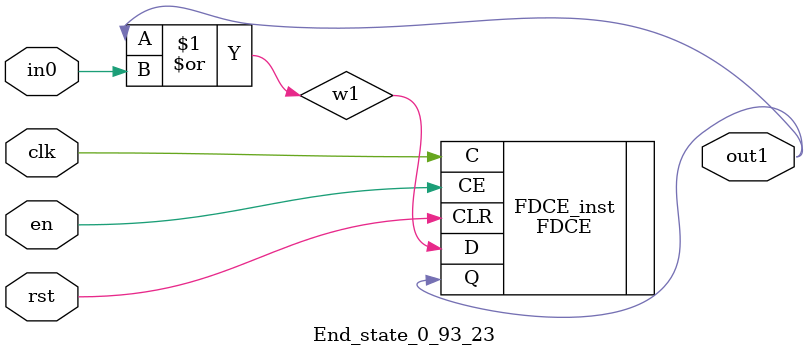
<source format=v>
module engine_0_93(out,clk,sod,en, in_132, in_0, in_1, in_4, in_5, in_6, in_8, in_9, in_15, in_16, in_17, in_19, in_30, in_56, in_122);
//pcre: /^552[A-Z0-9\s\x5F\x2D\x2E\x28\x29\x22\x27]+Headers\s+too\s+large/smi
//block char: [\z415a\z3039\s\x5F\x2D\x2E\x28\x29\x22\x27][1], ^[9], \x20[8], O[0], L[0], G[0], S[0], H[0], a[0], r[0], e[0], d[0], t[0], 2[0], 5[0], 

	input clk,sod,en;

	input in_132, in_0, in_1, in_4, in_5, in_6, in_8, in_9, in_15, in_16, in_17, in_19, in_30, in_56, in_122;
	output out;

	assign w0 = 1'b1;
	state_0_93_1 BlockState_0_93_1 (w1,in_0,clk,en,sod,w0);
	state_0_93_2 BlockState_0_93_2 (w2,in_122,clk,en,sod,w1);
	state_0_93_3 BlockState_0_93_3 (w3,in_122,clk,en,sod,w2);
	state_0_93_4 BlockState_0_93_4 (w4,in_56,clk,en,sod,w3);
	state_0_93_5 BlockState_0_93_5 (w5,in_132,clk,en,sod,w5,w4);
	state_0_93_6 BlockState_0_93_6 (w6,in_9,clk,en,sod,w5);
	state_0_93_7 BlockState_0_93_7 (w7,in_17,clk,en,sod,w6);
	state_0_93_8 BlockState_0_93_8 (w8,in_15,clk,en,sod,w7);
	state_0_93_9 BlockState_0_93_9 (w9,in_19,clk,en,sod,w8);
	state_0_93_10 BlockState_0_93_10 (w10,in_17,clk,en,sod,w9);
	state_0_93_11 BlockState_0_93_11 (w11,in_16,clk,en,sod,w10);
	state_0_93_12 BlockState_0_93_12 (w12,in_8,clk,en,sod,w11);
	state_0_93_13 BlockState_0_93_13 (w13,in_1,clk,en,sod,w13,w12);
	state_0_93_14 BlockState_0_93_14 (w14,in_30,clk,en,sod,w13);
	state_0_93_15 BlockState_0_93_15 (w15,in_4,clk,en,sod,w14);
	state_0_93_16 BlockState_0_93_16 (w16,in_4,clk,en,sod,w15);
	state_0_93_17 BlockState_0_93_17 (w17,in_1,clk,en,sod,w17,w16);
	state_0_93_18 BlockState_0_93_18 (w18,in_5,clk,en,sod,w17);
	state_0_93_19 BlockState_0_93_19 (w19,in_15,clk,en,sod,w18);
	state_0_93_20 BlockState_0_93_20 (w20,in_16,clk,en,sod,w19);
	state_0_93_21 BlockState_0_93_21 (w21,in_6,clk,en,sod,w20);
	state_0_93_22 BlockState_0_93_22 (w22,in_17,clk,en,sod,w21);
	End_state_0_93_23 BlockState_0_93_23 (out,clk,en,sod,w22);
endmodule

module state_0_93_1(out1,in_char,clk,en,rst,in0);
	input in_char,clk,en,rst,in0;
	output out1;
	wire w1,w2;
	assign w1 = in0; 
	and(w2,in_char,w1);
	FDCE #(.INIT(1'b0)) FDCE_inst (
		.Q(out1),
		.C(clk),
		.CE(en),
		.CLR(rst),
		.D(w2)
);
endmodule

module state_0_93_2(out1,in_char,clk,en,rst,in0);
	input in_char,clk,en,rst,in0;
	output out1;
	wire w1,w2;
	assign w1 = in0; 
	and(w2,in_char,w1);
	FDCE #(.INIT(1'b0)) FDCE_inst (
		.Q(out1),
		.C(clk),
		.CE(en),
		.CLR(rst),
		.D(w2)
);
endmodule

module state_0_93_3(out1,in_char,clk,en,rst,in0);
	input in_char,clk,en,rst,in0;
	output out1;
	wire w1,w2;
	assign w1 = in0; 
	and(w2,in_char,w1);
	FDCE #(.INIT(1'b0)) FDCE_inst (
		.Q(out1),
		.C(clk),
		.CE(en),
		.CLR(rst),
		.D(w2)
);
endmodule

module state_0_93_4(out1,in_char,clk,en,rst,in0);
	input in_char,clk,en,rst,in0;
	output out1;
	wire w1,w2;
	assign w1 = in0; 
	and(w2,in_char,w1);
	FDCE #(.INIT(1'b0)) FDCE_inst (
		.Q(out1),
		.C(clk),
		.CE(en),
		.CLR(rst),
		.D(w2)
);
endmodule

module state_0_93_5(out1,in_char,clk,en,rst,in0,in1);
	input in_char,clk,en,rst,in0,in1;
	output out1;
	wire w1,w2;
	or(w1,in0,in1);
	and(w2,in_char,w1);
	FDCE #(.INIT(1'b0)) FDCE_inst (
		.Q(out1),
		.C(clk),
		.CE(en),
		.CLR(rst),
		.D(w2)
);
endmodule

module state_0_93_6(out1,in_char,clk,en,rst,in0);
	input in_char,clk,en,rst,in0;
	output out1;
	wire w1,w2;
	assign w1 = in0; 
	and(w2,in_char,w1);
	FDCE #(.INIT(1'b0)) FDCE_inst (
		.Q(out1),
		.C(clk),
		.CE(en),
		.CLR(rst),
		.D(w2)
);
endmodule

module state_0_93_7(out1,in_char,clk,en,rst,in0);
	input in_char,clk,en,rst,in0;
	output out1;
	wire w1,w2;
	assign w1 = in0; 
	and(w2,in_char,w1);
	FDCE #(.INIT(1'b0)) FDCE_inst (
		.Q(out1),
		.C(clk),
		.CE(en),
		.CLR(rst),
		.D(w2)
);
endmodule

module state_0_93_8(out1,in_char,clk,en,rst,in0);
	input in_char,clk,en,rst,in0;
	output out1;
	wire w1,w2;
	assign w1 = in0; 
	and(w2,in_char,w1);
	FDCE #(.INIT(1'b0)) FDCE_inst (
		.Q(out1),
		.C(clk),
		.CE(en),
		.CLR(rst),
		.D(w2)
);
endmodule

module state_0_93_9(out1,in_char,clk,en,rst,in0);
	input in_char,clk,en,rst,in0;
	output out1;
	wire w1,w2;
	assign w1 = in0; 
	and(w2,in_char,w1);
	FDCE #(.INIT(1'b0)) FDCE_inst (
		.Q(out1),
		.C(clk),
		.CE(en),
		.CLR(rst),
		.D(w2)
);
endmodule

module state_0_93_10(out1,in_char,clk,en,rst,in0);
	input in_char,clk,en,rst,in0;
	output out1;
	wire w1,w2;
	assign w1 = in0; 
	and(w2,in_char,w1);
	FDCE #(.INIT(1'b0)) FDCE_inst (
		.Q(out1),
		.C(clk),
		.CE(en),
		.CLR(rst),
		.D(w2)
);
endmodule

module state_0_93_11(out1,in_char,clk,en,rst,in0);
	input in_char,clk,en,rst,in0;
	output out1;
	wire w1,w2;
	assign w1 = in0; 
	and(w2,in_char,w1);
	FDCE #(.INIT(1'b0)) FDCE_inst (
		.Q(out1),
		.C(clk),
		.CE(en),
		.CLR(rst),
		.D(w2)
);
endmodule

module state_0_93_12(out1,in_char,clk,en,rst,in0);
	input in_char,clk,en,rst,in0;
	output out1;
	wire w1,w2;
	assign w1 = in0; 
	and(w2,in_char,w1);
	FDCE #(.INIT(1'b0)) FDCE_inst (
		.Q(out1),
		.C(clk),
		.CE(en),
		.CLR(rst),
		.D(w2)
);
endmodule

module state_0_93_13(out1,in_char,clk,en,rst,in0,in1);
	input in_char,clk,en,rst,in0,in1;
	output out1;
	wire w1,w2;
	or(w1,in0,in1);
	and(w2,in_char,w1);
	FDCE #(.INIT(1'b0)) FDCE_inst (
		.Q(out1),
		.C(clk),
		.CE(en),
		.CLR(rst),
		.D(w2)
);
endmodule

module state_0_93_14(out1,in_char,clk,en,rst,in0);
	input in_char,clk,en,rst,in0;
	output out1;
	wire w1,w2;
	assign w1 = in0; 
	and(w2,in_char,w1);
	FDCE #(.INIT(1'b0)) FDCE_inst (
		.Q(out1),
		.C(clk),
		.CE(en),
		.CLR(rst),
		.D(w2)
);
endmodule

module state_0_93_15(out1,in_char,clk,en,rst,in0);
	input in_char,clk,en,rst,in0;
	output out1;
	wire w1,w2;
	assign w1 = in0; 
	and(w2,in_char,w1);
	FDCE #(.INIT(1'b0)) FDCE_inst (
		.Q(out1),
		.C(clk),
		.CE(en),
		.CLR(rst),
		.D(w2)
);
endmodule

module state_0_93_16(out1,in_char,clk,en,rst,in0);
	input in_char,clk,en,rst,in0;
	output out1;
	wire w1,w2;
	assign w1 = in0; 
	and(w2,in_char,w1);
	FDCE #(.INIT(1'b0)) FDCE_inst (
		.Q(out1),
		.C(clk),
		.CE(en),
		.CLR(rst),
		.D(w2)
);
endmodule

module state_0_93_17(out1,in_char,clk,en,rst,in0,in1);
	input in_char,clk,en,rst,in0,in1;
	output out1;
	wire w1,w2;
	or(w1,in0,in1);
	and(w2,in_char,w1);
	FDCE #(.INIT(1'b0)) FDCE_inst (
		.Q(out1),
		.C(clk),
		.CE(en),
		.CLR(rst),
		.D(w2)
);
endmodule

module state_0_93_18(out1,in_char,clk,en,rst,in0);
	input in_char,clk,en,rst,in0;
	output out1;
	wire w1,w2;
	assign w1 = in0; 
	and(w2,in_char,w1);
	FDCE #(.INIT(1'b0)) FDCE_inst (
		.Q(out1),
		.C(clk),
		.CE(en),
		.CLR(rst),
		.D(w2)
);
endmodule

module state_0_93_19(out1,in_char,clk,en,rst,in0);
	input in_char,clk,en,rst,in0;
	output out1;
	wire w1,w2;
	assign w1 = in0; 
	and(w2,in_char,w1);
	FDCE #(.INIT(1'b0)) FDCE_inst (
		.Q(out1),
		.C(clk),
		.CE(en),
		.CLR(rst),
		.D(w2)
);
endmodule

module state_0_93_20(out1,in_char,clk,en,rst,in0);
	input in_char,clk,en,rst,in0;
	output out1;
	wire w1,w2;
	assign w1 = in0; 
	and(w2,in_char,w1);
	FDCE #(.INIT(1'b0)) FDCE_inst (
		.Q(out1),
		.C(clk),
		.CE(en),
		.CLR(rst),
		.D(w2)
);
endmodule

module state_0_93_21(out1,in_char,clk,en,rst,in0);
	input in_char,clk,en,rst,in0;
	output out1;
	wire w1,w2;
	assign w1 = in0; 
	and(w2,in_char,w1);
	FDCE #(.INIT(1'b0)) FDCE_inst (
		.Q(out1),
		.C(clk),
		.CE(en),
		.CLR(rst),
		.D(w2)
);
endmodule

module state_0_93_22(out1,in_char,clk,en,rst,in0);
	input in_char,clk,en,rst,in0;
	output out1;
	wire w1,w2;
	assign w1 = in0; 
	and(w2,in_char,w1);
	FDCE #(.INIT(1'b0)) FDCE_inst (
		.Q(out1),
		.C(clk),
		.CE(en),
		.CLR(rst),
		.D(w2)
);
endmodule

module End_state_0_93_23(out1,clk,en,rst,in0);
	input clk,rst,en,in0;
	output out1;
	wire w1;
	or(w1,out1,in0);
	FDCE #(.INIT(1'b0)) FDCE_inst (
		.Q(out1),
		.C(clk),
		.CE(en),
		.CLR(rst),
		.D(w1)
);
endmodule


</source>
